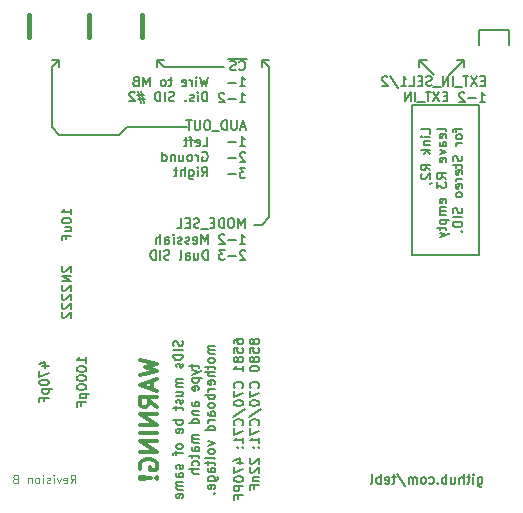
<source format=gbo>
G04 #@! TF.FileFunction,Legend,Bot*
%FSLAX46Y46*%
G04 Gerber Fmt 4.6, Leading zero omitted, Abs format (unit mm)*
G04 Created by KiCad (PCBNEW 4.0.7) date 10/07/19 23:28:42*
%MOMM*%
%LPD*%
G01*
G04 APERTURE LIST*
%ADD10C,0.100000*%
%ADD11C,0.150000*%
%ADD12C,0.200000*%
%ADD13C,0.400000*%
%ADD14C,0.300000*%
G04 APERTURE END LIST*
D10*
D11*
X136171905Y-107886429D02*
X136171905Y-107505476D01*
X135371905Y-107505476D01*
X136171905Y-108153095D02*
X135638571Y-108153095D01*
X135371905Y-108153095D02*
X135410000Y-108115000D01*
X135448095Y-108153095D01*
X135410000Y-108191190D01*
X135371905Y-108153095D01*
X135448095Y-108153095D01*
X135638571Y-108534047D02*
X136171905Y-108534047D01*
X135714762Y-108534047D02*
X135676667Y-108572142D01*
X135638571Y-108648333D01*
X135638571Y-108762619D01*
X135676667Y-108838809D01*
X135752857Y-108876904D01*
X136171905Y-108876904D01*
X136171905Y-109257857D02*
X135371905Y-109257857D01*
X135867143Y-109334048D02*
X136171905Y-109562619D01*
X135638571Y-109562619D02*
X135943333Y-109257857D01*
X136171905Y-110972143D02*
X135790952Y-110705476D01*
X136171905Y-110515000D02*
X135371905Y-110515000D01*
X135371905Y-110819762D01*
X135410000Y-110895953D01*
X135448095Y-110934048D01*
X135524286Y-110972143D01*
X135638571Y-110972143D01*
X135714762Y-110934048D01*
X135752857Y-110895953D01*
X135790952Y-110819762D01*
X135790952Y-110515000D01*
X135448095Y-111276905D02*
X135410000Y-111315000D01*
X135371905Y-111391191D01*
X135371905Y-111581667D01*
X135410000Y-111657857D01*
X135448095Y-111695953D01*
X135524286Y-111734048D01*
X135600476Y-111734048D01*
X135714762Y-111695953D01*
X136171905Y-111238810D01*
X136171905Y-111734048D01*
X136133810Y-112115000D02*
X136171905Y-112115000D01*
X136248095Y-112076905D01*
X136286190Y-112038810D01*
X137521905Y-107619762D02*
X137483810Y-107543571D01*
X137407619Y-107505476D01*
X136721905Y-107505476D01*
X137483810Y-108229286D02*
X137521905Y-108153096D01*
X137521905Y-108000715D01*
X137483810Y-107924524D01*
X137407619Y-107886429D01*
X137102857Y-107886429D01*
X137026667Y-107924524D01*
X136988571Y-108000715D01*
X136988571Y-108153096D01*
X137026667Y-108229286D01*
X137102857Y-108267381D01*
X137179048Y-108267381D01*
X137255238Y-107886429D01*
X137521905Y-108953095D02*
X137102857Y-108953095D01*
X137026667Y-108915000D01*
X136988571Y-108838810D01*
X136988571Y-108686429D01*
X137026667Y-108610238D01*
X137483810Y-108953095D02*
X137521905Y-108876905D01*
X137521905Y-108686429D01*
X137483810Y-108610238D01*
X137407619Y-108572143D01*
X137331429Y-108572143D01*
X137255238Y-108610238D01*
X137217143Y-108686429D01*
X137217143Y-108876905D01*
X137179048Y-108953095D01*
X136988571Y-109257858D02*
X137521905Y-109448334D01*
X136988571Y-109638810D01*
X137483810Y-110248334D02*
X137521905Y-110172144D01*
X137521905Y-110019763D01*
X137483810Y-109943572D01*
X137407619Y-109905477D01*
X137102857Y-109905477D01*
X137026667Y-109943572D01*
X136988571Y-110019763D01*
X136988571Y-110172144D01*
X137026667Y-110248334D01*
X137102857Y-110286429D01*
X137179048Y-110286429D01*
X137255238Y-109905477D01*
X137521905Y-111695953D02*
X137140952Y-111429286D01*
X137521905Y-111238810D02*
X136721905Y-111238810D01*
X136721905Y-111543572D01*
X136760000Y-111619763D01*
X136798095Y-111657858D01*
X136874286Y-111695953D01*
X136988571Y-111695953D01*
X137064762Y-111657858D01*
X137102857Y-111619763D01*
X137140952Y-111543572D01*
X137140952Y-111238810D01*
X136721905Y-111962620D02*
X136721905Y-112457858D01*
X137026667Y-112191191D01*
X137026667Y-112305477D01*
X137064762Y-112381667D01*
X137102857Y-112419763D01*
X137179048Y-112457858D01*
X137369524Y-112457858D01*
X137445714Y-112419763D01*
X137483810Y-112381667D01*
X137521905Y-112305477D01*
X137521905Y-112076905D01*
X137483810Y-112000715D01*
X137445714Y-111962620D01*
X137483810Y-113715001D02*
X137521905Y-113638811D01*
X137521905Y-113486430D01*
X137483810Y-113410239D01*
X137407619Y-113372144D01*
X137102857Y-113372144D01*
X137026667Y-113410239D01*
X136988571Y-113486430D01*
X136988571Y-113638811D01*
X137026667Y-113715001D01*
X137102857Y-113753096D01*
X137179048Y-113753096D01*
X137255238Y-113372144D01*
X137521905Y-114095953D02*
X136988571Y-114095953D01*
X137064762Y-114095953D02*
X137026667Y-114134048D01*
X136988571Y-114210239D01*
X136988571Y-114324525D01*
X137026667Y-114400715D01*
X137102857Y-114438810D01*
X137521905Y-114438810D01*
X137102857Y-114438810D02*
X137026667Y-114476906D01*
X136988571Y-114553096D01*
X136988571Y-114667382D01*
X137026667Y-114743572D01*
X137102857Y-114781667D01*
X137521905Y-114781667D01*
X136988571Y-115162620D02*
X137788571Y-115162620D01*
X137026667Y-115162620D02*
X136988571Y-115238811D01*
X136988571Y-115391192D01*
X137026667Y-115467382D01*
X137064762Y-115505477D01*
X137140952Y-115543573D01*
X137369524Y-115543573D01*
X137445714Y-115505477D01*
X137483810Y-115467382D01*
X137521905Y-115391192D01*
X137521905Y-115238811D01*
X137483810Y-115162620D01*
X136988571Y-115772144D02*
X136988571Y-116076906D01*
X136721905Y-115886430D02*
X137407619Y-115886430D01*
X137483810Y-115924525D01*
X137521905Y-116000716D01*
X137521905Y-116076906D01*
X136988571Y-116267383D02*
X137521905Y-116457859D01*
X136988571Y-116648335D02*
X137521905Y-116457859D01*
X137712381Y-116381668D01*
X137750476Y-116343573D01*
X137788571Y-116267383D01*
X138338571Y-107391190D02*
X138338571Y-107695952D01*
X138871905Y-107505476D02*
X138186190Y-107505476D01*
X138110000Y-107543571D01*
X138071905Y-107619762D01*
X138071905Y-107695952D01*
X138871905Y-108076905D02*
X138833810Y-108000714D01*
X138795714Y-107962619D01*
X138719524Y-107924524D01*
X138490952Y-107924524D01*
X138414762Y-107962619D01*
X138376667Y-108000714D01*
X138338571Y-108076905D01*
X138338571Y-108191191D01*
X138376667Y-108267381D01*
X138414762Y-108305476D01*
X138490952Y-108343572D01*
X138719524Y-108343572D01*
X138795714Y-108305476D01*
X138833810Y-108267381D01*
X138871905Y-108191191D01*
X138871905Y-108076905D01*
X138871905Y-108686429D02*
X138338571Y-108686429D01*
X138490952Y-108686429D02*
X138414762Y-108724524D01*
X138376667Y-108762620D01*
X138338571Y-108838810D01*
X138338571Y-108915001D01*
X138833810Y-109753096D02*
X138871905Y-109867382D01*
X138871905Y-110057858D01*
X138833810Y-110134048D01*
X138795714Y-110172144D01*
X138719524Y-110210239D01*
X138643333Y-110210239D01*
X138567143Y-110172144D01*
X138529048Y-110134048D01*
X138490952Y-110057858D01*
X138452857Y-109905477D01*
X138414762Y-109829286D01*
X138376667Y-109791191D01*
X138300476Y-109753096D01*
X138224286Y-109753096D01*
X138148095Y-109791191D01*
X138110000Y-109829286D01*
X138071905Y-109905477D01*
X138071905Y-110095953D01*
X138110000Y-110210239D01*
X138338571Y-110438810D02*
X138338571Y-110743572D01*
X138071905Y-110553096D02*
X138757619Y-110553096D01*
X138833810Y-110591191D01*
X138871905Y-110667382D01*
X138871905Y-110743572D01*
X138833810Y-111315001D02*
X138871905Y-111238811D01*
X138871905Y-111086430D01*
X138833810Y-111010239D01*
X138757619Y-110972144D01*
X138452857Y-110972144D01*
X138376667Y-111010239D01*
X138338571Y-111086430D01*
X138338571Y-111238811D01*
X138376667Y-111315001D01*
X138452857Y-111353096D01*
X138529048Y-111353096D01*
X138605238Y-110972144D01*
X138871905Y-111695953D02*
X138338571Y-111695953D01*
X138490952Y-111695953D02*
X138414762Y-111734048D01*
X138376667Y-111772144D01*
X138338571Y-111848334D01*
X138338571Y-111924525D01*
X138833810Y-112495953D02*
X138871905Y-112419763D01*
X138871905Y-112267382D01*
X138833810Y-112191191D01*
X138757619Y-112153096D01*
X138452857Y-112153096D01*
X138376667Y-112191191D01*
X138338571Y-112267382D01*
X138338571Y-112419763D01*
X138376667Y-112495953D01*
X138452857Y-112534048D01*
X138529048Y-112534048D01*
X138605238Y-112153096D01*
X138871905Y-112991191D02*
X138833810Y-112915000D01*
X138795714Y-112876905D01*
X138719524Y-112838810D01*
X138490952Y-112838810D01*
X138414762Y-112876905D01*
X138376667Y-112915000D01*
X138338571Y-112991191D01*
X138338571Y-113105477D01*
X138376667Y-113181667D01*
X138414762Y-113219762D01*
X138490952Y-113257858D01*
X138719524Y-113257858D01*
X138795714Y-113219762D01*
X138833810Y-113181667D01*
X138871905Y-113105477D01*
X138871905Y-112991191D01*
X138833810Y-114172144D02*
X138871905Y-114286430D01*
X138871905Y-114476906D01*
X138833810Y-114553096D01*
X138795714Y-114591192D01*
X138719524Y-114629287D01*
X138643333Y-114629287D01*
X138567143Y-114591192D01*
X138529048Y-114553096D01*
X138490952Y-114476906D01*
X138452857Y-114324525D01*
X138414762Y-114248334D01*
X138376667Y-114210239D01*
X138300476Y-114172144D01*
X138224286Y-114172144D01*
X138148095Y-114210239D01*
X138110000Y-114248334D01*
X138071905Y-114324525D01*
X138071905Y-114515001D01*
X138110000Y-114629287D01*
X138871905Y-114972144D02*
X138071905Y-114972144D01*
X138871905Y-115353096D02*
X138071905Y-115353096D01*
X138071905Y-115543572D01*
X138110000Y-115657858D01*
X138186190Y-115734049D01*
X138262381Y-115772144D01*
X138414762Y-115810239D01*
X138529048Y-115810239D01*
X138681429Y-115772144D01*
X138757619Y-115734049D01*
X138833810Y-115657858D01*
X138871905Y-115543572D01*
X138871905Y-115353096D01*
X138795714Y-116153096D02*
X138833810Y-116191191D01*
X138871905Y-116153096D01*
X138833810Y-116115001D01*
X138795714Y-116153096D01*
X138871905Y-116153096D01*
D12*
X134620000Y-118110000D02*
X134620000Y-105410000D01*
X140335000Y-118110000D02*
X134620000Y-118110000D01*
X140335000Y-105410000D02*
X140335000Y-118110000D01*
X134620000Y-105410000D02*
X140335000Y-105410000D01*
X135255000Y-101600000D02*
X136525000Y-102870000D01*
X139065000Y-101600000D02*
X137795000Y-102870000D01*
D10*
X105721665Y-137476667D02*
X105954999Y-137143333D01*
X106121665Y-137476667D02*
X106121665Y-136776667D01*
X105854999Y-136776667D01*
X105788332Y-136810000D01*
X105754999Y-136843333D01*
X105721665Y-136910000D01*
X105721665Y-137010000D01*
X105754999Y-137076667D01*
X105788332Y-137110000D01*
X105854999Y-137143333D01*
X106121665Y-137143333D01*
X105154999Y-137443333D02*
X105221665Y-137476667D01*
X105354999Y-137476667D01*
X105421665Y-137443333D01*
X105454999Y-137376667D01*
X105454999Y-137110000D01*
X105421665Y-137043333D01*
X105354999Y-137010000D01*
X105221665Y-137010000D01*
X105154999Y-137043333D01*
X105121665Y-137110000D01*
X105121665Y-137176667D01*
X105454999Y-137243333D01*
X104888332Y-137010000D02*
X104721665Y-137476667D01*
X104554999Y-137010000D01*
X104288332Y-137476667D02*
X104288332Y-137010000D01*
X104288332Y-136776667D02*
X104321666Y-136810000D01*
X104288332Y-136843333D01*
X104254999Y-136810000D01*
X104288332Y-136776667D01*
X104288332Y-136843333D01*
X103988333Y-137443333D02*
X103921666Y-137476667D01*
X103788333Y-137476667D01*
X103721666Y-137443333D01*
X103688333Y-137376667D01*
X103688333Y-137343333D01*
X103721666Y-137276667D01*
X103788333Y-137243333D01*
X103888333Y-137243333D01*
X103954999Y-137210000D01*
X103988333Y-137143333D01*
X103988333Y-137110000D01*
X103954999Y-137043333D01*
X103888333Y-137010000D01*
X103788333Y-137010000D01*
X103721666Y-137043333D01*
X103388332Y-137476667D02*
X103388332Y-137010000D01*
X103388332Y-136776667D02*
X103421666Y-136810000D01*
X103388332Y-136843333D01*
X103354999Y-136810000D01*
X103388332Y-136776667D01*
X103388332Y-136843333D01*
X102954999Y-137476667D02*
X103021666Y-137443333D01*
X103054999Y-137410000D01*
X103088333Y-137343333D01*
X103088333Y-137143333D01*
X103054999Y-137076667D01*
X103021666Y-137043333D01*
X102954999Y-137010000D01*
X102854999Y-137010000D01*
X102788333Y-137043333D01*
X102754999Y-137076667D01*
X102721666Y-137143333D01*
X102721666Y-137343333D01*
X102754999Y-137410000D01*
X102788333Y-137443333D01*
X102854999Y-137476667D01*
X102954999Y-137476667D01*
X102421666Y-137010000D02*
X102421666Y-137476667D01*
X102421666Y-137076667D02*
X102388333Y-137043333D01*
X102321666Y-137010000D01*
X102221666Y-137010000D01*
X102155000Y-137043333D01*
X102121666Y-137110000D01*
X102121666Y-137476667D01*
X101021667Y-137110000D02*
X100921667Y-137143333D01*
X100888334Y-137176667D01*
X100855000Y-137243333D01*
X100855000Y-137343333D01*
X100888334Y-137410000D01*
X100921667Y-137443333D01*
X100988334Y-137476667D01*
X101255000Y-137476667D01*
X101255000Y-136776667D01*
X101021667Y-136776667D01*
X100955000Y-136810000D01*
X100921667Y-136843333D01*
X100888334Y-136910000D01*
X100888334Y-136976667D01*
X100921667Y-137043333D01*
X100955000Y-137076667D01*
X101021667Y-137110000D01*
X101255000Y-137110000D01*
D11*
X140213811Y-136988571D02*
X140213811Y-137636190D01*
X140251906Y-137712381D01*
X140290001Y-137750476D01*
X140366192Y-137788571D01*
X140480477Y-137788571D01*
X140556668Y-137750476D01*
X140213811Y-137483810D02*
X140290001Y-137521905D01*
X140442382Y-137521905D01*
X140518573Y-137483810D01*
X140556668Y-137445714D01*
X140594763Y-137369524D01*
X140594763Y-137140952D01*
X140556668Y-137064762D01*
X140518573Y-137026667D01*
X140442382Y-136988571D01*
X140290001Y-136988571D01*
X140213811Y-137026667D01*
X139832858Y-137521905D02*
X139832858Y-136988571D01*
X139832858Y-136721905D02*
X139870953Y-136760000D01*
X139832858Y-136798095D01*
X139794763Y-136760000D01*
X139832858Y-136721905D01*
X139832858Y-136798095D01*
X139566192Y-136988571D02*
X139261430Y-136988571D01*
X139451906Y-136721905D02*
X139451906Y-137407619D01*
X139413811Y-137483810D01*
X139337620Y-137521905D01*
X139261430Y-137521905D01*
X138994763Y-137521905D02*
X138994763Y-136721905D01*
X138651906Y-137521905D02*
X138651906Y-137102857D01*
X138690001Y-137026667D01*
X138766191Y-136988571D01*
X138880477Y-136988571D01*
X138956668Y-137026667D01*
X138994763Y-137064762D01*
X137928096Y-136988571D02*
X137928096Y-137521905D01*
X138270953Y-136988571D02*
X138270953Y-137407619D01*
X138232858Y-137483810D01*
X138156667Y-137521905D01*
X138042381Y-137521905D01*
X137966191Y-137483810D01*
X137928096Y-137445714D01*
X137547143Y-137521905D02*
X137547143Y-136721905D01*
X137547143Y-137026667D02*
X137470952Y-136988571D01*
X137318571Y-136988571D01*
X137242381Y-137026667D01*
X137204286Y-137064762D01*
X137166190Y-137140952D01*
X137166190Y-137369524D01*
X137204286Y-137445714D01*
X137242381Y-137483810D01*
X137318571Y-137521905D01*
X137470952Y-137521905D01*
X137547143Y-137483810D01*
X136823333Y-137445714D02*
X136785238Y-137483810D01*
X136823333Y-137521905D01*
X136861428Y-137483810D01*
X136823333Y-137445714D01*
X136823333Y-137521905D01*
X136099524Y-137483810D02*
X136175714Y-137521905D01*
X136328095Y-137521905D01*
X136404286Y-137483810D01*
X136442381Y-137445714D01*
X136480476Y-137369524D01*
X136480476Y-137140952D01*
X136442381Y-137064762D01*
X136404286Y-137026667D01*
X136328095Y-136988571D01*
X136175714Y-136988571D01*
X136099524Y-137026667D01*
X135642381Y-137521905D02*
X135718572Y-137483810D01*
X135756667Y-137445714D01*
X135794762Y-137369524D01*
X135794762Y-137140952D01*
X135756667Y-137064762D01*
X135718572Y-137026667D01*
X135642381Y-136988571D01*
X135528095Y-136988571D01*
X135451905Y-137026667D01*
X135413810Y-137064762D01*
X135375714Y-137140952D01*
X135375714Y-137369524D01*
X135413810Y-137445714D01*
X135451905Y-137483810D01*
X135528095Y-137521905D01*
X135642381Y-137521905D01*
X135032857Y-137521905D02*
X135032857Y-136988571D01*
X135032857Y-137064762D02*
X134994762Y-137026667D01*
X134918571Y-136988571D01*
X134804285Y-136988571D01*
X134728095Y-137026667D01*
X134690000Y-137102857D01*
X134690000Y-137521905D01*
X134690000Y-137102857D02*
X134651904Y-137026667D01*
X134575714Y-136988571D01*
X134461428Y-136988571D01*
X134385238Y-137026667D01*
X134347143Y-137102857D01*
X134347143Y-137521905D01*
X133394761Y-136683810D02*
X134080476Y-137712381D01*
X133242381Y-136988571D02*
X132937619Y-136988571D01*
X133128095Y-136721905D02*
X133128095Y-137407619D01*
X133090000Y-137483810D01*
X133013809Y-137521905D01*
X132937619Y-137521905D01*
X132366190Y-137483810D02*
X132442380Y-137521905D01*
X132594761Y-137521905D01*
X132670952Y-137483810D01*
X132709047Y-137407619D01*
X132709047Y-137102857D01*
X132670952Y-137026667D01*
X132594761Y-136988571D01*
X132442380Y-136988571D01*
X132366190Y-137026667D01*
X132328095Y-137102857D01*
X132328095Y-137179048D01*
X132709047Y-137255238D01*
X131985238Y-137521905D02*
X131985238Y-136721905D01*
X131985238Y-137026667D02*
X131909047Y-136988571D01*
X131756666Y-136988571D01*
X131680476Y-137026667D01*
X131642381Y-137064762D01*
X131604285Y-137140952D01*
X131604285Y-137369524D01*
X131642381Y-137445714D01*
X131680476Y-137483810D01*
X131756666Y-137521905D01*
X131909047Y-137521905D01*
X131985238Y-137483810D01*
X131147142Y-137521905D02*
X131223333Y-137483810D01*
X131261428Y-137407619D01*
X131261428Y-136721905D01*
D12*
X121920000Y-115570000D02*
X121285000Y-115570000D01*
X122555000Y-114935000D02*
X121920000Y-115570000D01*
X122555000Y-102235000D02*
X122555000Y-114935000D01*
X121920000Y-101600000D02*
X122555000Y-102235000D01*
X121920000Y-101600000D02*
X122555000Y-101600000D01*
X121920000Y-101600000D02*
X121920000Y-102235000D01*
X113665000Y-102235000D02*
X118745000Y-102235000D01*
D11*
X120459524Y-115851905D02*
X120459524Y-115051905D01*
X120192857Y-115623333D01*
X119926190Y-115051905D01*
X119926190Y-115851905D01*
X119392857Y-115051905D02*
X119240476Y-115051905D01*
X119164285Y-115090000D01*
X119088095Y-115166190D01*
X119050000Y-115318571D01*
X119050000Y-115585238D01*
X119088095Y-115737619D01*
X119164285Y-115813810D01*
X119240476Y-115851905D01*
X119392857Y-115851905D01*
X119469047Y-115813810D01*
X119545238Y-115737619D01*
X119583333Y-115585238D01*
X119583333Y-115318571D01*
X119545238Y-115166190D01*
X119469047Y-115090000D01*
X119392857Y-115051905D01*
X118707143Y-115851905D02*
X118707143Y-115051905D01*
X118516667Y-115051905D01*
X118402381Y-115090000D01*
X118326190Y-115166190D01*
X118288095Y-115242381D01*
X118250000Y-115394762D01*
X118250000Y-115509048D01*
X118288095Y-115661429D01*
X118326190Y-115737619D01*
X118402381Y-115813810D01*
X118516667Y-115851905D01*
X118707143Y-115851905D01*
X117907143Y-115432857D02*
X117640476Y-115432857D01*
X117526190Y-115851905D02*
X117907143Y-115851905D01*
X117907143Y-115051905D01*
X117526190Y-115051905D01*
X117373809Y-115928095D02*
X116764285Y-115928095D01*
X116611904Y-115813810D02*
X116497618Y-115851905D01*
X116307142Y-115851905D01*
X116230952Y-115813810D01*
X116192856Y-115775714D01*
X116154761Y-115699524D01*
X116154761Y-115623333D01*
X116192856Y-115547143D01*
X116230952Y-115509048D01*
X116307142Y-115470952D01*
X116459523Y-115432857D01*
X116535714Y-115394762D01*
X116573809Y-115356667D01*
X116611904Y-115280476D01*
X116611904Y-115204286D01*
X116573809Y-115128095D01*
X116535714Y-115090000D01*
X116459523Y-115051905D01*
X116269047Y-115051905D01*
X116154761Y-115090000D01*
X115811904Y-115432857D02*
X115545237Y-115432857D01*
X115430951Y-115851905D02*
X115811904Y-115851905D01*
X115811904Y-115051905D01*
X115430951Y-115051905D01*
X114707141Y-115851905D02*
X115088094Y-115851905D01*
X115088094Y-115051905D01*
X120040476Y-117201905D02*
X120497619Y-117201905D01*
X120269048Y-117201905D02*
X120269048Y-116401905D01*
X120345238Y-116516190D01*
X120421429Y-116592381D01*
X120497619Y-116630476D01*
X119697619Y-116897143D02*
X119088095Y-116897143D01*
X118745238Y-116478095D02*
X118707143Y-116440000D01*
X118630952Y-116401905D01*
X118440476Y-116401905D01*
X118364286Y-116440000D01*
X118326190Y-116478095D01*
X118288095Y-116554286D01*
X118288095Y-116630476D01*
X118326190Y-116744762D01*
X118783333Y-117201905D01*
X118288095Y-117201905D01*
X117335714Y-117201905D02*
X117335714Y-116401905D01*
X117069047Y-116973333D01*
X116802380Y-116401905D01*
X116802380Y-117201905D01*
X116116666Y-117163810D02*
X116192856Y-117201905D01*
X116345237Y-117201905D01*
X116421428Y-117163810D01*
X116459523Y-117087619D01*
X116459523Y-116782857D01*
X116421428Y-116706667D01*
X116345237Y-116668571D01*
X116192856Y-116668571D01*
X116116666Y-116706667D01*
X116078571Y-116782857D01*
X116078571Y-116859048D01*
X116459523Y-116935238D01*
X115773809Y-117163810D02*
X115697619Y-117201905D01*
X115545238Y-117201905D01*
X115469047Y-117163810D01*
X115430952Y-117087619D01*
X115430952Y-117049524D01*
X115469047Y-116973333D01*
X115545238Y-116935238D01*
X115659523Y-116935238D01*
X115735714Y-116897143D01*
X115773809Y-116820952D01*
X115773809Y-116782857D01*
X115735714Y-116706667D01*
X115659523Y-116668571D01*
X115545238Y-116668571D01*
X115469047Y-116706667D01*
X115126190Y-117163810D02*
X115050000Y-117201905D01*
X114897619Y-117201905D01*
X114821428Y-117163810D01*
X114783333Y-117087619D01*
X114783333Y-117049524D01*
X114821428Y-116973333D01*
X114897619Y-116935238D01*
X115011904Y-116935238D01*
X115088095Y-116897143D01*
X115126190Y-116820952D01*
X115126190Y-116782857D01*
X115088095Y-116706667D01*
X115011904Y-116668571D01*
X114897619Y-116668571D01*
X114821428Y-116706667D01*
X114440476Y-117201905D02*
X114440476Y-116668571D01*
X114440476Y-116401905D02*
X114478571Y-116440000D01*
X114440476Y-116478095D01*
X114402381Y-116440000D01*
X114440476Y-116401905D01*
X114440476Y-116478095D01*
X113716667Y-117201905D02*
X113716667Y-116782857D01*
X113754762Y-116706667D01*
X113830952Y-116668571D01*
X113983333Y-116668571D01*
X114059524Y-116706667D01*
X113716667Y-117163810D02*
X113792857Y-117201905D01*
X113983333Y-117201905D01*
X114059524Y-117163810D01*
X114097619Y-117087619D01*
X114097619Y-117011429D01*
X114059524Y-116935238D01*
X113983333Y-116897143D01*
X113792857Y-116897143D01*
X113716667Y-116859048D01*
X113335714Y-117201905D02*
X113335714Y-116401905D01*
X112992857Y-117201905D02*
X112992857Y-116782857D01*
X113030952Y-116706667D01*
X113107142Y-116668571D01*
X113221428Y-116668571D01*
X113297619Y-116706667D01*
X113335714Y-116744762D01*
X120497619Y-117828095D02*
X120459524Y-117790000D01*
X120383333Y-117751905D01*
X120192857Y-117751905D01*
X120116667Y-117790000D01*
X120078571Y-117828095D01*
X120040476Y-117904286D01*
X120040476Y-117980476D01*
X120078571Y-118094762D01*
X120535714Y-118551905D01*
X120040476Y-118551905D01*
X119697619Y-118247143D02*
X119088095Y-118247143D01*
X118783333Y-117751905D02*
X118288095Y-117751905D01*
X118554762Y-118056667D01*
X118440476Y-118056667D01*
X118364286Y-118094762D01*
X118326190Y-118132857D01*
X118288095Y-118209048D01*
X118288095Y-118399524D01*
X118326190Y-118475714D01*
X118364286Y-118513810D01*
X118440476Y-118551905D01*
X118669048Y-118551905D01*
X118745238Y-118513810D01*
X118783333Y-118475714D01*
X117335714Y-118551905D02*
X117335714Y-117751905D01*
X117145238Y-117751905D01*
X117030952Y-117790000D01*
X116954761Y-117866190D01*
X116916666Y-117942381D01*
X116878571Y-118094762D01*
X116878571Y-118209048D01*
X116916666Y-118361429D01*
X116954761Y-118437619D01*
X117030952Y-118513810D01*
X117145238Y-118551905D01*
X117335714Y-118551905D01*
X116192857Y-118018571D02*
X116192857Y-118551905D01*
X116535714Y-118018571D02*
X116535714Y-118437619D01*
X116497619Y-118513810D01*
X116421428Y-118551905D01*
X116307142Y-118551905D01*
X116230952Y-118513810D01*
X116192857Y-118475714D01*
X115469047Y-118551905D02*
X115469047Y-118132857D01*
X115507142Y-118056667D01*
X115583332Y-118018571D01*
X115735713Y-118018571D01*
X115811904Y-118056667D01*
X115469047Y-118513810D02*
X115545237Y-118551905D01*
X115735713Y-118551905D01*
X115811904Y-118513810D01*
X115849999Y-118437619D01*
X115849999Y-118361429D01*
X115811904Y-118285238D01*
X115735713Y-118247143D01*
X115545237Y-118247143D01*
X115469047Y-118209048D01*
X114973808Y-118551905D02*
X115049999Y-118513810D01*
X115088094Y-118437619D01*
X115088094Y-117751905D01*
X114097617Y-118513810D02*
X113983331Y-118551905D01*
X113792855Y-118551905D01*
X113716665Y-118513810D01*
X113678569Y-118475714D01*
X113640474Y-118399524D01*
X113640474Y-118323333D01*
X113678569Y-118247143D01*
X113716665Y-118209048D01*
X113792855Y-118170952D01*
X113945236Y-118132857D01*
X114021427Y-118094762D01*
X114059522Y-118056667D01*
X114097617Y-117980476D01*
X114097617Y-117904286D01*
X114059522Y-117828095D01*
X114021427Y-117790000D01*
X113945236Y-117751905D01*
X113754760Y-117751905D01*
X113640474Y-117790000D01*
X113297617Y-118551905D02*
X113297617Y-117751905D01*
X112916665Y-118551905D02*
X112916665Y-117751905D01*
X112726189Y-117751905D01*
X112611903Y-117790000D01*
X112535712Y-117866190D01*
X112497617Y-117942381D01*
X112459522Y-118094762D01*
X112459522Y-118209048D01*
X112497617Y-118361429D01*
X112535712Y-118437619D01*
X112611903Y-118513810D01*
X112726189Y-118551905D01*
X112916665Y-118551905D01*
D12*
X113030000Y-101600000D02*
X113665000Y-102235000D01*
X114935000Y-107315000D02*
X115570000Y-107315000D01*
X110490000Y-107315000D02*
X114935000Y-107315000D01*
X109855000Y-107950000D02*
X110490000Y-107315000D01*
X104775000Y-107950000D02*
X109855000Y-107950000D01*
X104140000Y-107315000D02*
X104775000Y-107950000D01*
X104140000Y-102235000D02*
X104140000Y-107315000D01*
X104775000Y-101600000D02*
X104140000Y-102235000D01*
X104775000Y-102235000D02*
X104775000Y-101600000D01*
X104775000Y-101600000D02*
X104775000Y-102235000D01*
X104140000Y-101600000D02*
X104775000Y-101600000D01*
X104775000Y-101600000D02*
X104140000Y-101600000D01*
D11*
X116903571Y-108946905D02*
X117284524Y-108946905D01*
X117284524Y-108146905D01*
X116332143Y-108908810D02*
X116408333Y-108946905D01*
X116560714Y-108946905D01*
X116636905Y-108908810D01*
X116675000Y-108832619D01*
X116675000Y-108527857D01*
X116636905Y-108451667D01*
X116560714Y-108413571D01*
X116408333Y-108413571D01*
X116332143Y-108451667D01*
X116294048Y-108527857D01*
X116294048Y-108604048D01*
X116675000Y-108680238D01*
X116065477Y-108413571D02*
X115760715Y-108413571D01*
X115951191Y-108946905D02*
X115951191Y-108261190D01*
X115913096Y-108185000D01*
X115836905Y-108146905D01*
X115760715Y-108146905D01*
X115608334Y-108413571D02*
X115303572Y-108413571D01*
X115494048Y-108146905D02*
X115494048Y-108832619D01*
X115455953Y-108908810D01*
X115379762Y-108946905D01*
X115303572Y-108946905D01*
D12*
X113030000Y-101600000D02*
X113030000Y-102235000D01*
X113030000Y-101600000D02*
X113665000Y-101600000D01*
D13*
X102235000Y-99695000D02*
X102235000Y-97790000D01*
X107315000Y-99695000D02*
X107315000Y-97790000D01*
D12*
X142875000Y-99060000D02*
X142875000Y-100330000D01*
X140335000Y-99060000D02*
X142875000Y-99060000D01*
X140335000Y-100330000D02*
X140335000Y-99060000D01*
X139065000Y-101600000D02*
X139065000Y-102235000D01*
X139065000Y-101600000D02*
X138430000Y-101600000D01*
X135255000Y-101600000D02*
X135255000Y-102235000D01*
X135255000Y-101600000D02*
X135890000Y-101600000D01*
D13*
X111760000Y-99695000D02*
X111760000Y-97790000D01*
D11*
X137604524Y-104717857D02*
X137337857Y-104717857D01*
X137223571Y-105136905D02*
X137604524Y-105136905D01*
X137604524Y-104336905D01*
X137223571Y-104336905D01*
X136956904Y-104336905D02*
X136423571Y-105136905D01*
X136423571Y-104336905D02*
X136956904Y-105136905D01*
X136233095Y-104336905D02*
X135775952Y-104336905D01*
X136004523Y-105136905D02*
X136004523Y-104336905D01*
X135699761Y-105213095D02*
X135090237Y-105213095D01*
X134899761Y-105136905D02*
X134899761Y-104336905D01*
X134518809Y-105136905D02*
X134518809Y-104336905D01*
X134061666Y-105136905D01*
X134061666Y-104336905D01*
X116865476Y-109455000D02*
X116941667Y-109416905D01*
X117055952Y-109416905D01*
X117170238Y-109455000D01*
X117246429Y-109531190D01*
X117284524Y-109607381D01*
X117322619Y-109759762D01*
X117322619Y-109874048D01*
X117284524Y-110026429D01*
X117246429Y-110102619D01*
X117170238Y-110178810D01*
X117055952Y-110216905D01*
X116979762Y-110216905D01*
X116865476Y-110178810D01*
X116827381Y-110140714D01*
X116827381Y-109874048D01*
X116979762Y-109874048D01*
X116484524Y-110216905D02*
X116484524Y-109683571D01*
X116484524Y-109835952D02*
X116446429Y-109759762D01*
X116408333Y-109721667D01*
X116332143Y-109683571D01*
X116255952Y-109683571D01*
X115875000Y-110216905D02*
X115951191Y-110178810D01*
X115989286Y-110140714D01*
X116027381Y-110064524D01*
X116027381Y-109835952D01*
X115989286Y-109759762D01*
X115951191Y-109721667D01*
X115875000Y-109683571D01*
X115760714Y-109683571D01*
X115684524Y-109721667D01*
X115646429Y-109759762D01*
X115608333Y-109835952D01*
X115608333Y-110064524D01*
X115646429Y-110140714D01*
X115684524Y-110178810D01*
X115760714Y-110216905D01*
X115875000Y-110216905D01*
X114922619Y-109683571D02*
X114922619Y-110216905D01*
X115265476Y-109683571D02*
X115265476Y-110102619D01*
X115227381Y-110178810D01*
X115151190Y-110216905D01*
X115036904Y-110216905D01*
X114960714Y-110178810D01*
X114922619Y-110140714D01*
X114541666Y-109683571D02*
X114541666Y-110216905D01*
X114541666Y-109759762D02*
X114503571Y-109721667D01*
X114427380Y-109683571D01*
X114313094Y-109683571D01*
X114236904Y-109721667D01*
X114198809Y-109797857D01*
X114198809Y-110216905D01*
X113474999Y-110216905D02*
X113474999Y-109416905D01*
X113474999Y-110178810D02*
X113551189Y-110216905D01*
X113703570Y-110216905D01*
X113779761Y-110178810D01*
X113817856Y-110140714D01*
X113855951Y-110064524D01*
X113855951Y-109835952D01*
X113817856Y-109759762D01*
X113779761Y-109721667D01*
X113703570Y-109683571D01*
X113551189Y-109683571D01*
X113474999Y-109721667D01*
X116827381Y-111486905D02*
X117094048Y-111105952D01*
X117284524Y-111486905D02*
X117284524Y-110686905D01*
X116979762Y-110686905D01*
X116903571Y-110725000D01*
X116865476Y-110763095D01*
X116827381Y-110839286D01*
X116827381Y-110953571D01*
X116865476Y-111029762D01*
X116903571Y-111067857D01*
X116979762Y-111105952D01*
X117284524Y-111105952D01*
X116484524Y-111486905D02*
X116484524Y-110953571D01*
X116484524Y-110686905D02*
X116522619Y-110725000D01*
X116484524Y-110763095D01*
X116446429Y-110725000D01*
X116484524Y-110686905D01*
X116484524Y-110763095D01*
X115760715Y-110953571D02*
X115760715Y-111601190D01*
X115798810Y-111677381D01*
X115836905Y-111715476D01*
X115913096Y-111753571D01*
X116027381Y-111753571D01*
X116103572Y-111715476D01*
X115760715Y-111448810D02*
X115836905Y-111486905D01*
X115989286Y-111486905D01*
X116065477Y-111448810D01*
X116103572Y-111410714D01*
X116141667Y-111334524D01*
X116141667Y-111105952D01*
X116103572Y-111029762D01*
X116065477Y-110991667D01*
X115989286Y-110953571D01*
X115836905Y-110953571D01*
X115760715Y-110991667D01*
X115379762Y-111486905D02*
X115379762Y-110686905D01*
X115036905Y-111486905D02*
X115036905Y-111067857D01*
X115075000Y-110991667D01*
X115151190Y-110953571D01*
X115265476Y-110953571D01*
X115341667Y-110991667D01*
X115379762Y-111029762D01*
X114770238Y-110953571D02*
X114465476Y-110953571D01*
X114655952Y-110686905D02*
X114655952Y-111372619D01*
X114617857Y-111448810D01*
X114541666Y-111486905D01*
X114465476Y-111486905D01*
X120497619Y-107328333D02*
X120116667Y-107328333D01*
X120573810Y-107556905D02*
X120307143Y-106756905D01*
X120040476Y-107556905D01*
X119773810Y-106756905D02*
X119773810Y-107404524D01*
X119735715Y-107480714D01*
X119697619Y-107518810D01*
X119621429Y-107556905D01*
X119469048Y-107556905D01*
X119392857Y-107518810D01*
X119354762Y-107480714D01*
X119316667Y-107404524D01*
X119316667Y-106756905D01*
X118935715Y-107556905D02*
X118935715Y-106756905D01*
X118745239Y-106756905D01*
X118630953Y-106795000D01*
X118554762Y-106871190D01*
X118516667Y-106947381D01*
X118478572Y-107099762D01*
X118478572Y-107214048D01*
X118516667Y-107366429D01*
X118554762Y-107442619D01*
X118630953Y-107518810D01*
X118745239Y-107556905D01*
X118935715Y-107556905D01*
X118326191Y-107633095D02*
X117716667Y-107633095D01*
X117373810Y-106756905D02*
X117221429Y-106756905D01*
X117145238Y-106795000D01*
X117069048Y-106871190D01*
X117030953Y-107023571D01*
X117030953Y-107290238D01*
X117069048Y-107442619D01*
X117145238Y-107518810D01*
X117221429Y-107556905D01*
X117373810Y-107556905D01*
X117450000Y-107518810D01*
X117526191Y-107442619D01*
X117564286Y-107290238D01*
X117564286Y-107023571D01*
X117526191Y-106871190D01*
X117450000Y-106795000D01*
X117373810Y-106756905D01*
X116688096Y-106756905D02*
X116688096Y-107404524D01*
X116650001Y-107480714D01*
X116611905Y-107518810D01*
X116535715Y-107556905D01*
X116383334Y-107556905D01*
X116307143Y-107518810D01*
X116269048Y-107480714D01*
X116230953Y-107404524D01*
X116230953Y-106756905D01*
X115964287Y-106756905D02*
X115507144Y-106756905D01*
X115735715Y-107556905D02*
X115735715Y-106756905D01*
X120040476Y-108906905D02*
X120497619Y-108906905D01*
X120269048Y-108906905D02*
X120269048Y-108106905D01*
X120345238Y-108221190D01*
X120421429Y-108297381D01*
X120497619Y-108335476D01*
X119697619Y-108602143D02*
X119088095Y-108602143D01*
X120497619Y-109533095D02*
X120459524Y-109495000D01*
X120383333Y-109456905D01*
X120192857Y-109456905D01*
X120116667Y-109495000D01*
X120078571Y-109533095D01*
X120040476Y-109609286D01*
X120040476Y-109685476D01*
X120078571Y-109799762D01*
X120535714Y-110256905D01*
X120040476Y-110256905D01*
X119697619Y-109952143D02*
X119088095Y-109952143D01*
X120535714Y-110806905D02*
X120040476Y-110806905D01*
X120307143Y-111111667D01*
X120192857Y-111111667D01*
X120116667Y-111149762D01*
X120078571Y-111187857D01*
X120040476Y-111264048D01*
X120040476Y-111454524D01*
X120078571Y-111530714D01*
X120116667Y-111568810D01*
X120192857Y-111606905D01*
X120421429Y-111606905D01*
X120497619Y-111568810D01*
X120535714Y-111530714D01*
X119697619Y-111302143D02*
X119088095Y-111302143D01*
X117284524Y-105136905D02*
X117284524Y-104336905D01*
X117094048Y-104336905D01*
X116979762Y-104375000D01*
X116903571Y-104451190D01*
X116865476Y-104527381D01*
X116827381Y-104679762D01*
X116827381Y-104794048D01*
X116865476Y-104946429D01*
X116903571Y-105022619D01*
X116979762Y-105098810D01*
X117094048Y-105136905D01*
X117284524Y-105136905D01*
X116484524Y-105136905D02*
X116484524Y-104603571D01*
X116484524Y-104336905D02*
X116522619Y-104375000D01*
X116484524Y-104413095D01*
X116446429Y-104375000D01*
X116484524Y-104336905D01*
X116484524Y-104413095D01*
X116141667Y-105098810D02*
X116065477Y-105136905D01*
X115913096Y-105136905D01*
X115836905Y-105098810D01*
X115798810Y-105022619D01*
X115798810Y-104984524D01*
X115836905Y-104908333D01*
X115913096Y-104870238D01*
X116027381Y-104870238D01*
X116103572Y-104832143D01*
X116141667Y-104755952D01*
X116141667Y-104717857D01*
X116103572Y-104641667D01*
X116027381Y-104603571D01*
X115913096Y-104603571D01*
X115836905Y-104641667D01*
X115455953Y-105060714D02*
X115417858Y-105098810D01*
X115455953Y-105136905D01*
X115494048Y-105098810D01*
X115455953Y-105060714D01*
X115455953Y-105136905D01*
X114503572Y-105098810D02*
X114389286Y-105136905D01*
X114198810Y-105136905D01*
X114122620Y-105098810D01*
X114084524Y-105060714D01*
X114046429Y-104984524D01*
X114046429Y-104908333D01*
X114084524Y-104832143D01*
X114122620Y-104794048D01*
X114198810Y-104755952D01*
X114351191Y-104717857D01*
X114427382Y-104679762D01*
X114465477Y-104641667D01*
X114503572Y-104565476D01*
X114503572Y-104489286D01*
X114465477Y-104413095D01*
X114427382Y-104375000D01*
X114351191Y-104336905D01*
X114160715Y-104336905D01*
X114046429Y-104375000D01*
X113703572Y-105136905D02*
X113703572Y-104336905D01*
X113322620Y-105136905D02*
X113322620Y-104336905D01*
X113132144Y-104336905D01*
X113017858Y-104375000D01*
X112941667Y-104451190D01*
X112903572Y-104527381D01*
X112865477Y-104679762D01*
X112865477Y-104794048D01*
X112903572Y-104946429D01*
X112941667Y-105022619D01*
X113017858Y-105098810D01*
X113132144Y-105136905D01*
X113322620Y-105136905D01*
X111951191Y-104603571D02*
X111379762Y-104603571D01*
X111722620Y-104260714D02*
X111951191Y-105289286D01*
X111455953Y-104946429D02*
X112027382Y-104946429D01*
X111684524Y-105289286D02*
X111455953Y-104260714D01*
X111151191Y-104413095D02*
X111113096Y-104375000D01*
X111036905Y-104336905D01*
X110846429Y-104336905D01*
X110770239Y-104375000D01*
X110732143Y-104413095D01*
X110694048Y-104489286D01*
X110694048Y-104565476D01*
X110732143Y-104679762D01*
X111189286Y-105136905D01*
X110694048Y-105136905D01*
X117360714Y-103066905D02*
X117170238Y-103866905D01*
X117017857Y-103295476D01*
X116865476Y-103866905D01*
X116675000Y-103066905D01*
X116370238Y-103866905D02*
X116370238Y-103333571D01*
X116370238Y-103066905D02*
X116408333Y-103105000D01*
X116370238Y-103143095D01*
X116332143Y-103105000D01*
X116370238Y-103066905D01*
X116370238Y-103143095D01*
X115989286Y-103866905D02*
X115989286Y-103333571D01*
X115989286Y-103485952D02*
X115951191Y-103409762D01*
X115913095Y-103371667D01*
X115836905Y-103333571D01*
X115760714Y-103333571D01*
X115189286Y-103828810D02*
X115265476Y-103866905D01*
X115417857Y-103866905D01*
X115494048Y-103828810D01*
X115532143Y-103752619D01*
X115532143Y-103447857D01*
X115494048Y-103371667D01*
X115417857Y-103333571D01*
X115265476Y-103333571D01*
X115189286Y-103371667D01*
X115151191Y-103447857D01*
X115151191Y-103524048D01*
X115532143Y-103600238D01*
X114313096Y-103333571D02*
X114008334Y-103333571D01*
X114198810Y-103066905D02*
X114198810Y-103752619D01*
X114160715Y-103828810D01*
X114084524Y-103866905D01*
X114008334Y-103866905D01*
X113627381Y-103866905D02*
X113703572Y-103828810D01*
X113741667Y-103790714D01*
X113779762Y-103714524D01*
X113779762Y-103485952D01*
X113741667Y-103409762D01*
X113703572Y-103371667D01*
X113627381Y-103333571D01*
X113513095Y-103333571D01*
X113436905Y-103371667D01*
X113398810Y-103409762D01*
X113360714Y-103485952D01*
X113360714Y-103714524D01*
X113398810Y-103790714D01*
X113436905Y-103828810D01*
X113513095Y-103866905D01*
X113627381Y-103866905D01*
X112408333Y-103866905D02*
X112408333Y-103066905D01*
X112141666Y-103638333D01*
X111874999Y-103066905D01*
X111874999Y-103866905D01*
X111227380Y-103447857D02*
X111113094Y-103485952D01*
X111074999Y-103524048D01*
X111036904Y-103600238D01*
X111036904Y-103714524D01*
X111074999Y-103790714D01*
X111113094Y-103828810D01*
X111189285Y-103866905D01*
X111494047Y-103866905D01*
X111494047Y-103066905D01*
X111227380Y-103066905D01*
X111151190Y-103105000D01*
X111113094Y-103143095D01*
X111074999Y-103219286D01*
X111074999Y-103295476D01*
X111113094Y-103371667D01*
X111151190Y-103409762D01*
X111227380Y-103447857D01*
X111494047Y-103447857D01*
X120002381Y-102440714D02*
X120040476Y-102478810D01*
X120154762Y-102516905D01*
X120230952Y-102516905D01*
X120345238Y-102478810D01*
X120421429Y-102402619D01*
X120459524Y-102326429D01*
X120497619Y-102174048D01*
X120497619Y-102059762D01*
X120459524Y-101907381D01*
X120421429Y-101831190D01*
X120345238Y-101755000D01*
X120230952Y-101716905D01*
X120154762Y-101716905D01*
X120040476Y-101755000D01*
X120002381Y-101793095D01*
X119697619Y-102478810D02*
X119583333Y-102516905D01*
X119392857Y-102516905D01*
X119316667Y-102478810D01*
X119278571Y-102440714D01*
X119240476Y-102364524D01*
X119240476Y-102288333D01*
X119278571Y-102212143D01*
X119316667Y-102174048D01*
X119392857Y-102135952D01*
X119545238Y-102097857D01*
X119621429Y-102059762D01*
X119659524Y-102021667D01*
X119697619Y-101945476D01*
X119697619Y-101869286D01*
X119659524Y-101793095D01*
X119621429Y-101755000D01*
X119545238Y-101716905D01*
X119354762Y-101716905D01*
X119240476Y-101755000D01*
X120650000Y-101579000D02*
X119088095Y-101579000D01*
X120040476Y-103866905D02*
X120497619Y-103866905D01*
X120269048Y-103866905D02*
X120269048Y-103066905D01*
X120345238Y-103181190D01*
X120421429Y-103257381D01*
X120497619Y-103295476D01*
X119697619Y-103562143D02*
X119088095Y-103562143D01*
X120040476Y-105216905D02*
X120497619Y-105216905D01*
X120269048Y-105216905D02*
X120269048Y-104416905D01*
X120345238Y-104531190D01*
X120421429Y-104607381D01*
X120497619Y-104645476D01*
X119697619Y-104912143D02*
X119088095Y-104912143D01*
X118745238Y-104493095D02*
X118707143Y-104455000D01*
X118630952Y-104416905D01*
X118440476Y-104416905D01*
X118364286Y-104455000D01*
X118326190Y-104493095D01*
X118288095Y-104569286D01*
X118288095Y-104645476D01*
X118326190Y-104759762D01*
X118783333Y-105216905D01*
X118288095Y-105216905D01*
X140779524Y-103407857D02*
X140512857Y-103407857D01*
X140398571Y-103826905D02*
X140779524Y-103826905D01*
X140779524Y-103026905D01*
X140398571Y-103026905D01*
X140131904Y-103026905D02*
X139598571Y-103826905D01*
X139598571Y-103026905D02*
X140131904Y-103826905D01*
X139408095Y-103026905D02*
X138950952Y-103026905D01*
X139179523Y-103826905D02*
X139179523Y-103026905D01*
X138874761Y-103903095D02*
X138265237Y-103903095D01*
X138074761Y-103826905D02*
X138074761Y-103026905D01*
X137693809Y-103826905D02*
X137693809Y-103026905D01*
X137236666Y-103826905D01*
X137236666Y-103026905D01*
X137046190Y-103903095D02*
X136436666Y-103903095D01*
X136284285Y-103788810D02*
X136169999Y-103826905D01*
X135979523Y-103826905D01*
X135903333Y-103788810D01*
X135865237Y-103750714D01*
X135827142Y-103674524D01*
X135827142Y-103598333D01*
X135865237Y-103522143D01*
X135903333Y-103484048D01*
X135979523Y-103445952D01*
X136131904Y-103407857D01*
X136208095Y-103369762D01*
X136246190Y-103331667D01*
X136284285Y-103255476D01*
X136284285Y-103179286D01*
X136246190Y-103103095D01*
X136208095Y-103065000D01*
X136131904Y-103026905D01*
X135941428Y-103026905D01*
X135827142Y-103065000D01*
X135484285Y-103407857D02*
X135217618Y-103407857D01*
X135103332Y-103826905D02*
X135484285Y-103826905D01*
X135484285Y-103026905D01*
X135103332Y-103026905D01*
X134379522Y-103826905D02*
X134760475Y-103826905D01*
X134760475Y-103026905D01*
X133693808Y-103826905D02*
X134150951Y-103826905D01*
X133922380Y-103826905D02*
X133922380Y-103026905D01*
X133998570Y-103141190D01*
X134074761Y-103217381D01*
X134150951Y-103255476D01*
X132779522Y-102988810D02*
X133465237Y-104017381D01*
X132550951Y-103103095D02*
X132512856Y-103065000D01*
X132436665Y-103026905D01*
X132246189Y-103026905D01*
X132169999Y-103065000D01*
X132131903Y-103103095D01*
X132093808Y-103179286D01*
X132093808Y-103255476D01*
X132131903Y-103369762D01*
X132589046Y-103826905D01*
X132093808Y-103826905D01*
X140360476Y-105176905D02*
X140817619Y-105176905D01*
X140589048Y-105176905D02*
X140589048Y-104376905D01*
X140665238Y-104491190D01*
X140741429Y-104567381D01*
X140817619Y-104605476D01*
X140017619Y-104872143D02*
X139408095Y-104872143D01*
X139065238Y-104453095D02*
X139027143Y-104415000D01*
X138950952Y-104376905D01*
X138760476Y-104376905D01*
X138684286Y-104415000D01*
X138646190Y-104453095D01*
X138608095Y-104529286D01*
X138608095Y-104605476D01*
X138646190Y-104719762D01*
X139103333Y-105176905D01*
X138608095Y-105176905D01*
X119536905Y-125628333D02*
X119536905Y-125475952D01*
X119575000Y-125399762D01*
X119613095Y-125361667D01*
X119727381Y-125285476D01*
X119879762Y-125247381D01*
X120184524Y-125247381D01*
X120260714Y-125285476D01*
X120298810Y-125323571D01*
X120336905Y-125399762D01*
X120336905Y-125552143D01*
X120298810Y-125628333D01*
X120260714Y-125666429D01*
X120184524Y-125704524D01*
X119994048Y-125704524D01*
X119917857Y-125666429D01*
X119879762Y-125628333D01*
X119841667Y-125552143D01*
X119841667Y-125399762D01*
X119879762Y-125323571D01*
X119917857Y-125285476D01*
X119994048Y-125247381D01*
X119536905Y-126428334D02*
X119536905Y-126047381D01*
X119917857Y-126009286D01*
X119879762Y-126047381D01*
X119841667Y-126123572D01*
X119841667Y-126314048D01*
X119879762Y-126390238D01*
X119917857Y-126428334D01*
X119994048Y-126466429D01*
X120184524Y-126466429D01*
X120260714Y-126428334D01*
X120298810Y-126390238D01*
X120336905Y-126314048D01*
X120336905Y-126123572D01*
X120298810Y-126047381D01*
X120260714Y-126009286D01*
X119879762Y-126923572D02*
X119841667Y-126847381D01*
X119803571Y-126809286D01*
X119727381Y-126771191D01*
X119689286Y-126771191D01*
X119613095Y-126809286D01*
X119575000Y-126847381D01*
X119536905Y-126923572D01*
X119536905Y-127075953D01*
X119575000Y-127152143D01*
X119613095Y-127190239D01*
X119689286Y-127228334D01*
X119727381Y-127228334D01*
X119803571Y-127190239D01*
X119841667Y-127152143D01*
X119879762Y-127075953D01*
X119879762Y-126923572D01*
X119917857Y-126847381D01*
X119955952Y-126809286D01*
X120032143Y-126771191D01*
X120184524Y-126771191D01*
X120260714Y-126809286D01*
X120298810Y-126847381D01*
X120336905Y-126923572D01*
X120336905Y-127075953D01*
X120298810Y-127152143D01*
X120260714Y-127190239D01*
X120184524Y-127228334D01*
X120032143Y-127228334D01*
X119955952Y-127190239D01*
X119917857Y-127152143D01*
X119879762Y-127075953D01*
X120336905Y-127990239D02*
X120336905Y-127533096D01*
X120336905Y-127761667D02*
X119536905Y-127761667D01*
X119651190Y-127685477D01*
X119727381Y-127609286D01*
X119765476Y-127533096D01*
X120260714Y-129399763D02*
X120298810Y-129361668D01*
X120336905Y-129247382D01*
X120336905Y-129171192D01*
X120298810Y-129056906D01*
X120222619Y-128980715D01*
X120146429Y-128942620D01*
X119994048Y-128904525D01*
X119879762Y-128904525D01*
X119727381Y-128942620D01*
X119651190Y-128980715D01*
X119575000Y-129056906D01*
X119536905Y-129171192D01*
X119536905Y-129247382D01*
X119575000Y-129361668D01*
X119613095Y-129399763D01*
X119536905Y-129666430D02*
X119536905Y-130199763D01*
X120336905Y-129856906D01*
X119536905Y-130656906D02*
X119536905Y-130733097D01*
X119575000Y-130809287D01*
X119613095Y-130847382D01*
X119689286Y-130885478D01*
X119841667Y-130923573D01*
X120032143Y-130923573D01*
X120184524Y-130885478D01*
X120260714Y-130847382D01*
X120298810Y-130809287D01*
X120336905Y-130733097D01*
X120336905Y-130656906D01*
X120298810Y-130580716D01*
X120260714Y-130542620D01*
X120184524Y-130504525D01*
X120032143Y-130466430D01*
X119841667Y-130466430D01*
X119689286Y-130504525D01*
X119613095Y-130542620D01*
X119575000Y-130580716D01*
X119536905Y-130656906D01*
X119498810Y-131837859D02*
X120527381Y-131152144D01*
X120260714Y-132561668D02*
X120298810Y-132523573D01*
X120336905Y-132409287D01*
X120336905Y-132333097D01*
X120298810Y-132218811D01*
X120222619Y-132142620D01*
X120146429Y-132104525D01*
X119994048Y-132066430D01*
X119879762Y-132066430D01*
X119727381Y-132104525D01*
X119651190Y-132142620D01*
X119575000Y-132218811D01*
X119536905Y-132333097D01*
X119536905Y-132409287D01*
X119575000Y-132523573D01*
X119613095Y-132561668D01*
X119536905Y-132828335D02*
X119536905Y-133361668D01*
X120336905Y-133018811D01*
X120336905Y-134085478D02*
X120336905Y-133628335D01*
X120336905Y-133856906D02*
X119536905Y-133856906D01*
X119651190Y-133780716D01*
X119727381Y-133704525D01*
X119765476Y-133628335D01*
X120260714Y-134428335D02*
X120298810Y-134466430D01*
X120336905Y-134428335D01*
X120298810Y-134390240D01*
X120260714Y-134428335D01*
X120336905Y-134428335D01*
X119841667Y-134428335D02*
X119879762Y-134466430D01*
X119917857Y-134428335D01*
X119879762Y-134390240D01*
X119841667Y-134428335D01*
X119917857Y-134428335D01*
X119803571Y-135761668D02*
X120336905Y-135761668D01*
X119498810Y-135571192D02*
X120070238Y-135380716D01*
X120070238Y-135875954D01*
X119536905Y-136104526D02*
X119536905Y-136637859D01*
X120336905Y-136295002D01*
X119536905Y-137095002D02*
X119536905Y-137171193D01*
X119575000Y-137247383D01*
X119613095Y-137285478D01*
X119689286Y-137323574D01*
X119841667Y-137361669D01*
X120032143Y-137361669D01*
X120184524Y-137323574D01*
X120260714Y-137285478D01*
X120298810Y-137247383D01*
X120336905Y-137171193D01*
X120336905Y-137095002D01*
X120298810Y-137018812D01*
X120260714Y-136980716D01*
X120184524Y-136942621D01*
X120032143Y-136904526D01*
X119841667Y-136904526D01*
X119689286Y-136942621D01*
X119613095Y-136980716D01*
X119575000Y-137018812D01*
X119536905Y-137095002D01*
X120336905Y-137704526D02*
X119536905Y-137704526D01*
X119536905Y-138009288D01*
X119575000Y-138085479D01*
X119613095Y-138123574D01*
X119689286Y-138161669D01*
X119803571Y-138161669D01*
X119879762Y-138123574D01*
X119917857Y-138085479D01*
X119955952Y-138009288D01*
X119955952Y-137704526D01*
X119917857Y-138771193D02*
X119917857Y-138504526D01*
X120336905Y-138504526D02*
X119536905Y-138504526D01*
X119536905Y-138885479D01*
X121229762Y-125399762D02*
X121191667Y-125323571D01*
X121153571Y-125285476D01*
X121077381Y-125247381D01*
X121039286Y-125247381D01*
X120963095Y-125285476D01*
X120925000Y-125323571D01*
X120886905Y-125399762D01*
X120886905Y-125552143D01*
X120925000Y-125628333D01*
X120963095Y-125666429D01*
X121039286Y-125704524D01*
X121077381Y-125704524D01*
X121153571Y-125666429D01*
X121191667Y-125628333D01*
X121229762Y-125552143D01*
X121229762Y-125399762D01*
X121267857Y-125323571D01*
X121305952Y-125285476D01*
X121382143Y-125247381D01*
X121534524Y-125247381D01*
X121610714Y-125285476D01*
X121648810Y-125323571D01*
X121686905Y-125399762D01*
X121686905Y-125552143D01*
X121648810Y-125628333D01*
X121610714Y-125666429D01*
X121534524Y-125704524D01*
X121382143Y-125704524D01*
X121305952Y-125666429D01*
X121267857Y-125628333D01*
X121229762Y-125552143D01*
X120886905Y-126428334D02*
X120886905Y-126047381D01*
X121267857Y-126009286D01*
X121229762Y-126047381D01*
X121191667Y-126123572D01*
X121191667Y-126314048D01*
X121229762Y-126390238D01*
X121267857Y-126428334D01*
X121344048Y-126466429D01*
X121534524Y-126466429D01*
X121610714Y-126428334D01*
X121648810Y-126390238D01*
X121686905Y-126314048D01*
X121686905Y-126123572D01*
X121648810Y-126047381D01*
X121610714Y-126009286D01*
X121229762Y-126923572D02*
X121191667Y-126847381D01*
X121153571Y-126809286D01*
X121077381Y-126771191D01*
X121039286Y-126771191D01*
X120963095Y-126809286D01*
X120925000Y-126847381D01*
X120886905Y-126923572D01*
X120886905Y-127075953D01*
X120925000Y-127152143D01*
X120963095Y-127190239D01*
X121039286Y-127228334D01*
X121077381Y-127228334D01*
X121153571Y-127190239D01*
X121191667Y-127152143D01*
X121229762Y-127075953D01*
X121229762Y-126923572D01*
X121267857Y-126847381D01*
X121305952Y-126809286D01*
X121382143Y-126771191D01*
X121534524Y-126771191D01*
X121610714Y-126809286D01*
X121648810Y-126847381D01*
X121686905Y-126923572D01*
X121686905Y-127075953D01*
X121648810Y-127152143D01*
X121610714Y-127190239D01*
X121534524Y-127228334D01*
X121382143Y-127228334D01*
X121305952Y-127190239D01*
X121267857Y-127152143D01*
X121229762Y-127075953D01*
X120886905Y-127723572D02*
X120886905Y-127799763D01*
X120925000Y-127875953D01*
X120963095Y-127914048D01*
X121039286Y-127952144D01*
X121191667Y-127990239D01*
X121382143Y-127990239D01*
X121534524Y-127952144D01*
X121610714Y-127914048D01*
X121648810Y-127875953D01*
X121686905Y-127799763D01*
X121686905Y-127723572D01*
X121648810Y-127647382D01*
X121610714Y-127609286D01*
X121534524Y-127571191D01*
X121382143Y-127533096D01*
X121191667Y-127533096D01*
X121039286Y-127571191D01*
X120963095Y-127609286D01*
X120925000Y-127647382D01*
X120886905Y-127723572D01*
X121610714Y-129399763D02*
X121648810Y-129361668D01*
X121686905Y-129247382D01*
X121686905Y-129171192D01*
X121648810Y-129056906D01*
X121572619Y-128980715D01*
X121496429Y-128942620D01*
X121344048Y-128904525D01*
X121229762Y-128904525D01*
X121077381Y-128942620D01*
X121001190Y-128980715D01*
X120925000Y-129056906D01*
X120886905Y-129171192D01*
X120886905Y-129247382D01*
X120925000Y-129361668D01*
X120963095Y-129399763D01*
X120886905Y-129666430D02*
X120886905Y-130199763D01*
X121686905Y-129856906D01*
X120886905Y-130656906D02*
X120886905Y-130733097D01*
X120925000Y-130809287D01*
X120963095Y-130847382D01*
X121039286Y-130885478D01*
X121191667Y-130923573D01*
X121382143Y-130923573D01*
X121534524Y-130885478D01*
X121610714Y-130847382D01*
X121648810Y-130809287D01*
X121686905Y-130733097D01*
X121686905Y-130656906D01*
X121648810Y-130580716D01*
X121610714Y-130542620D01*
X121534524Y-130504525D01*
X121382143Y-130466430D01*
X121191667Y-130466430D01*
X121039286Y-130504525D01*
X120963095Y-130542620D01*
X120925000Y-130580716D01*
X120886905Y-130656906D01*
X120848810Y-131837859D02*
X121877381Y-131152144D01*
X121610714Y-132561668D02*
X121648810Y-132523573D01*
X121686905Y-132409287D01*
X121686905Y-132333097D01*
X121648810Y-132218811D01*
X121572619Y-132142620D01*
X121496429Y-132104525D01*
X121344048Y-132066430D01*
X121229762Y-132066430D01*
X121077381Y-132104525D01*
X121001190Y-132142620D01*
X120925000Y-132218811D01*
X120886905Y-132333097D01*
X120886905Y-132409287D01*
X120925000Y-132523573D01*
X120963095Y-132561668D01*
X120886905Y-132828335D02*
X120886905Y-133361668D01*
X121686905Y-133018811D01*
X121686905Y-134085478D02*
X121686905Y-133628335D01*
X121686905Y-133856906D02*
X120886905Y-133856906D01*
X121001190Y-133780716D01*
X121077381Y-133704525D01*
X121115476Y-133628335D01*
X121610714Y-134428335D02*
X121648810Y-134466430D01*
X121686905Y-134428335D01*
X121648810Y-134390240D01*
X121610714Y-134428335D01*
X121686905Y-134428335D01*
X121191667Y-134428335D02*
X121229762Y-134466430D01*
X121267857Y-134428335D01*
X121229762Y-134390240D01*
X121191667Y-134428335D01*
X121267857Y-134428335D01*
X120963095Y-135380716D02*
X120925000Y-135418811D01*
X120886905Y-135495002D01*
X120886905Y-135685478D01*
X120925000Y-135761668D01*
X120963095Y-135799764D01*
X121039286Y-135837859D01*
X121115476Y-135837859D01*
X121229762Y-135799764D01*
X121686905Y-135342621D01*
X121686905Y-135837859D01*
X120963095Y-136142621D02*
X120925000Y-136180716D01*
X120886905Y-136256907D01*
X120886905Y-136447383D01*
X120925000Y-136523573D01*
X120963095Y-136561669D01*
X121039286Y-136599764D01*
X121115476Y-136599764D01*
X121229762Y-136561669D01*
X121686905Y-136104526D01*
X121686905Y-136599764D01*
X121153571Y-136942621D02*
X121686905Y-136942621D01*
X121229762Y-136942621D02*
X121191667Y-136980716D01*
X121153571Y-137056907D01*
X121153571Y-137171193D01*
X121191667Y-137247383D01*
X121267857Y-137285478D01*
X121686905Y-137285478D01*
X121267857Y-137933098D02*
X121267857Y-137666431D01*
X121686905Y-137666431D02*
X120886905Y-137666431D01*
X120886905Y-138047384D01*
D14*
X111573571Y-127008571D02*
X113073571Y-127365714D01*
X112002143Y-127651428D01*
X113073571Y-127937142D01*
X111573571Y-128294285D01*
X112645000Y-128794285D02*
X112645000Y-129508571D01*
X113073571Y-128651428D02*
X111573571Y-129151428D01*
X113073571Y-129651428D01*
X113073571Y-131008571D02*
X112359286Y-130508571D01*
X113073571Y-130151428D02*
X111573571Y-130151428D01*
X111573571Y-130722856D01*
X111645000Y-130865714D01*
X111716429Y-130937142D01*
X111859286Y-131008571D01*
X112073571Y-131008571D01*
X112216429Y-130937142D01*
X112287857Y-130865714D01*
X112359286Y-130722856D01*
X112359286Y-130151428D01*
X113073571Y-131651428D02*
X111573571Y-131651428D01*
X113073571Y-132508571D01*
X111573571Y-132508571D01*
X113073571Y-133222857D02*
X111573571Y-133222857D01*
X113073571Y-133937143D02*
X111573571Y-133937143D01*
X113073571Y-134794286D01*
X111573571Y-134794286D01*
X111645000Y-136294286D02*
X111573571Y-136151429D01*
X111573571Y-135937143D01*
X111645000Y-135722858D01*
X111787857Y-135580000D01*
X111930714Y-135508572D01*
X112216429Y-135437143D01*
X112430714Y-135437143D01*
X112716429Y-135508572D01*
X112859286Y-135580000D01*
X113002143Y-135722858D01*
X113073571Y-135937143D01*
X113073571Y-136080000D01*
X113002143Y-136294286D01*
X112930714Y-136365715D01*
X112430714Y-136365715D01*
X112430714Y-136080000D01*
X112930714Y-137008572D02*
X113002143Y-137080000D01*
X113073571Y-137008572D01*
X113002143Y-136937143D01*
X112930714Y-137008572D01*
X113073571Y-137008572D01*
X112502143Y-137008572D02*
X111645000Y-136937143D01*
X111573571Y-137008572D01*
X111645000Y-137080000D01*
X112502143Y-137008572D01*
X111573571Y-137008572D01*
D11*
X115178810Y-125413332D02*
X115216905Y-125527618D01*
X115216905Y-125718094D01*
X115178810Y-125794284D01*
X115140714Y-125832380D01*
X115064524Y-125870475D01*
X114988333Y-125870475D01*
X114912143Y-125832380D01*
X114874048Y-125794284D01*
X114835952Y-125718094D01*
X114797857Y-125565713D01*
X114759762Y-125489522D01*
X114721667Y-125451427D01*
X114645476Y-125413332D01*
X114569286Y-125413332D01*
X114493095Y-125451427D01*
X114455000Y-125489522D01*
X114416905Y-125565713D01*
X114416905Y-125756189D01*
X114455000Y-125870475D01*
X115216905Y-126213332D02*
X114416905Y-126213332D01*
X115216905Y-126594284D02*
X114416905Y-126594284D01*
X114416905Y-126784760D01*
X114455000Y-126899046D01*
X114531190Y-126975237D01*
X114607381Y-127013332D01*
X114759762Y-127051427D01*
X114874048Y-127051427D01*
X115026429Y-127013332D01*
X115102619Y-126975237D01*
X115178810Y-126899046D01*
X115216905Y-126784760D01*
X115216905Y-126594284D01*
X115178810Y-127356189D02*
X115216905Y-127432379D01*
X115216905Y-127584760D01*
X115178810Y-127660951D01*
X115102619Y-127699046D01*
X115064524Y-127699046D01*
X114988333Y-127660951D01*
X114950238Y-127584760D01*
X114950238Y-127470475D01*
X114912143Y-127394284D01*
X114835952Y-127356189D01*
X114797857Y-127356189D01*
X114721667Y-127394284D01*
X114683571Y-127470475D01*
X114683571Y-127584760D01*
X114721667Y-127660951D01*
X115216905Y-128651427D02*
X114683571Y-128651427D01*
X114759762Y-128651427D02*
X114721667Y-128689522D01*
X114683571Y-128765713D01*
X114683571Y-128879999D01*
X114721667Y-128956189D01*
X114797857Y-128994284D01*
X115216905Y-128994284D01*
X114797857Y-128994284D02*
X114721667Y-129032380D01*
X114683571Y-129108570D01*
X114683571Y-129222856D01*
X114721667Y-129299046D01*
X114797857Y-129337141D01*
X115216905Y-129337141D01*
X114683571Y-130060951D02*
X115216905Y-130060951D01*
X114683571Y-129718094D02*
X115102619Y-129718094D01*
X115178810Y-129756189D01*
X115216905Y-129832380D01*
X115216905Y-129946666D01*
X115178810Y-130022856D01*
X115140714Y-130060951D01*
X115178810Y-130403809D02*
X115216905Y-130479999D01*
X115216905Y-130632380D01*
X115178810Y-130708571D01*
X115102619Y-130746666D01*
X115064524Y-130746666D01*
X114988333Y-130708571D01*
X114950238Y-130632380D01*
X114950238Y-130518095D01*
X114912143Y-130441904D01*
X114835952Y-130403809D01*
X114797857Y-130403809D01*
X114721667Y-130441904D01*
X114683571Y-130518095D01*
X114683571Y-130632380D01*
X114721667Y-130708571D01*
X114683571Y-130975237D02*
X114683571Y-131279999D01*
X114416905Y-131089523D02*
X115102619Y-131089523D01*
X115178810Y-131127618D01*
X115216905Y-131203809D01*
X115216905Y-131279999D01*
X115216905Y-132156190D02*
X114416905Y-132156190D01*
X114721667Y-132156190D02*
X114683571Y-132232381D01*
X114683571Y-132384762D01*
X114721667Y-132460952D01*
X114759762Y-132499047D01*
X114835952Y-132537143D01*
X115064524Y-132537143D01*
X115140714Y-132499047D01*
X115178810Y-132460952D01*
X115216905Y-132384762D01*
X115216905Y-132232381D01*
X115178810Y-132156190D01*
X115178810Y-133184762D02*
X115216905Y-133108572D01*
X115216905Y-132956191D01*
X115178810Y-132880000D01*
X115102619Y-132841905D01*
X114797857Y-132841905D01*
X114721667Y-132880000D01*
X114683571Y-132956191D01*
X114683571Y-133108572D01*
X114721667Y-133184762D01*
X114797857Y-133222857D01*
X114874048Y-133222857D01*
X114950238Y-132841905D01*
X115216905Y-134289524D02*
X115178810Y-134213333D01*
X115140714Y-134175238D01*
X115064524Y-134137143D01*
X114835952Y-134137143D01*
X114759762Y-134175238D01*
X114721667Y-134213333D01*
X114683571Y-134289524D01*
X114683571Y-134403810D01*
X114721667Y-134480000D01*
X114759762Y-134518095D01*
X114835952Y-134556191D01*
X115064524Y-134556191D01*
X115140714Y-134518095D01*
X115178810Y-134480000D01*
X115216905Y-134403810D01*
X115216905Y-134289524D01*
X114683571Y-134784762D02*
X114683571Y-135089524D01*
X115216905Y-134899048D02*
X114531190Y-134899048D01*
X114455000Y-134937143D01*
X114416905Y-135013334D01*
X114416905Y-135089524D01*
X115178810Y-135927620D02*
X115216905Y-136003810D01*
X115216905Y-136156191D01*
X115178810Y-136232382D01*
X115102619Y-136270477D01*
X115064524Y-136270477D01*
X114988333Y-136232382D01*
X114950238Y-136156191D01*
X114950238Y-136041906D01*
X114912143Y-135965715D01*
X114835952Y-135927620D01*
X114797857Y-135927620D01*
X114721667Y-135965715D01*
X114683571Y-136041906D01*
X114683571Y-136156191D01*
X114721667Y-136232382D01*
X115216905Y-136956191D02*
X114797857Y-136956191D01*
X114721667Y-136918096D01*
X114683571Y-136841906D01*
X114683571Y-136689525D01*
X114721667Y-136613334D01*
X115178810Y-136956191D02*
X115216905Y-136880001D01*
X115216905Y-136689525D01*
X115178810Y-136613334D01*
X115102619Y-136575239D01*
X115026429Y-136575239D01*
X114950238Y-136613334D01*
X114912143Y-136689525D01*
X114912143Y-136880001D01*
X114874048Y-136956191D01*
X115216905Y-137337144D02*
X114683571Y-137337144D01*
X114759762Y-137337144D02*
X114721667Y-137375239D01*
X114683571Y-137451430D01*
X114683571Y-137565716D01*
X114721667Y-137641906D01*
X114797857Y-137680001D01*
X115216905Y-137680001D01*
X114797857Y-137680001D02*
X114721667Y-137718097D01*
X114683571Y-137794287D01*
X114683571Y-137908573D01*
X114721667Y-137984763D01*
X114797857Y-138022858D01*
X115216905Y-138022858D01*
X115178810Y-138708573D02*
X115216905Y-138632383D01*
X115216905Y-138480002D01*
X115178810Y-138403811D01*
X115102619Y-138365716D01*
X114797857Y-138365716D01*
X114721667Y-138403811D01*
X114683571Y-138480002D01*
X114683571Y-138632383D01*
X114721667Y-138708573D01*
X114797857Y-138746668D01*
X114874048Y-138746668D01*
X114950238Y-138365716D01*
X116033571Y-127394284D02*
X116033571Y-127699046D01*
X115766905Y-127508570D02*
X116452619Y-127508570D01*
X116528810Y-127546665D01*
X116566905Y-127622856D01*
X116566905Y-127699046D01*
X116033571Y-127889523D02*
X116566905Y-128079999D01*
X116033571Y-128270475D02*
X116566905Y-128079999D01*
X116757381Y-128003808D01*
X116795476Y-127965713D01*
X116833571Y-127889523D01*
X116033571Y-128575237D02*
X116833571Y-128575237D01*
X116071667Y-128575237D02*
X116033571Y-128651428D01*
X116033571Y-128803809D01*
X116071667Y-128879999D01*
X116109762Y-128918094D01*
X116185952Y-128956190D01*
X116414524Y-128956190D01*
X116490714Y-128918094D01*
X116528810Y-128879999D01*
X116566905Y-128803809D01*
X116566905Y-128651428D01*
X116528810Y-128575237D01*
X116528810Y-129603809D02*
X116566905Y-129527619D01*
X116566905Y-129375238D01*
X116528810Y-129299047D01*
X116452619Y-129260952D01*
X116147857Y-129260952D01*
X116071667Y-129299047D01*
X116033571Y-129375238D01*
X116033571Y-129527619D01*
X116071667Y-129603809D01*
X116147857Y-129641904D01*
X116224048Y-129641904D01*
X116300238Y-129260952D01*
X116566905Y-130937142D02*
X116147857Y-130937142D01*
X116071667Y-130899047D01*
X116033571Y-130822857D01*
X116033571Y-130670476D01*
X116071667Y-130594285D01*
X116528810Y-130937142D02*
X116566905Y-130860952D01*
X116566905Y-130670476D01*
X116528810Y-130594285D01*
X116452619Y-130556190D01*
X116376429Y-130556190D01*
X116300238Y-130594285D01*
X116262143Y-130670476D01*
X116262143Y-130860952D01*
X116224048Y-130937142D01*
X116033571Y-131318095D02*
X116566905Y-131318095D01*
X116109762Y-131318095D02*
X116071667Y-131356190D01*
X116033571Y-131432381D01*
X116033571Y-131546667D01*
X116071667Y-131622857D01*
X116147857Y-131660952D01*
X116566905Y-131660952D01*
X116566905Y-132384762D02*
X115766905Y-132384762D01*
X116528810Y-132384762D02*
X116566905Y-132308572D01*
X116566905Y-132156191D01*
X116528810Y-132080000D01*
X116490714Y-132041905D01*
X116414524Y-132003810D01*
X116185952Y-132003810D01*
X116109762Y-132041905D01*
X116071667Y-132080000D01*
X116033571Y-132156191D01*
X116033571Y-132308572D01*
X116071667Y-132384762D01*
X116566905Y-133375239D02*
X116033571Y-133375239D01*
X116109762Y-133375239D02*
X116071667Y-133413334D01*
X116033571Y-133489525D01*
X116033571Y-133603811D01*
X116071667Y-133680001D01*
X116147857Y-133718096D01*
X116566905Y-133718096D01*
X116147857Y-133718096D02*
X116071667Y-133756192D01*
X116033571Y-133832382D01*
X116033571Y-133946668D01*
X116071667Y-134022858D01*
X116147857Y-134060953D01*
X116566905Y-134060953D01*
X116566905Y-134784763D02*
X116147857Y-134784763D01*
X116071667Y-134746668D01*
X116033571Y-134670478D01*
X116033571Y-134518097D01*
X116071667Y-134441906D01*
X116528810Y-134784763D02*
X116566905Y-134708573D01*
X116566905Y-134518097D01*
X116528810Y-134441906D01*
X116452619Y-134403811D01*
X116376429Y-134403811D01*
X116300238Y-134441906D01*
X116262143Y-134518097D01*
X116262143Y-134708573D01*
X116224048Y-134784763D01*
X116033571Y-135051430D02*
X116033571Y-135356192D01*
X115766905Y-135165716D02*
X116452619Y-135165716D01*
X116528810Y-135203811D01*
X116566905Y-135280002D01*
X116566905Y-135356192D01*
X116528810Y-135965716D02*
X116566905Y-135889526D01*
X116566905Y-135737145D01*
X116528810Y-135660954D01*
X116490714Y-135622859D01*
X116414524Y-135584764D01*
X116185952Y-135584764D01*
X116109762Y-135622859D01*
X116071667Y-135660954D01*
X116033571Y-135737145D01*
X116033571Y-135889526D01*
X116071667Y-135965716D01*
X116566905Y-136308573D02*
X115766905Y-136308573D01*
X116566905Y-136651430D02*
X116147857Y-136651430D01*
X116071667Y-136613335D01*
X116033571Y-136537145D01*
X116033571Y-136422859D01*
X116071667Y-136346668D01*
X116109762Y-136308573D01*
X117916905Y-125832379D02*
X117383571Y-125832379D01*
X117459762Y-125832379D02*
X117421667Y-125870474D01*
X117383571Y-125946665D01*
X117383571Y-126060951D01*
X117421667Y-126137141D01*
X117497857Y-126175236D01*
X117916905Y-126175236D01*
X117497857Y-126175236D02*
X117421667Y-126213332D01*
X117383571Y-126289522D01*
X117383571Y-126403808D01*
X117421667Y-126479998D01*
X117497857Y-126518093D01*
X117916905Y-126518093D01*
X117916905Y-127013332D02*
X117878810Y-126937141D01*
X117840714Y-126899046D01*
X117764524Y-126860951D01*
X117535952Y-126860951D01*
X117459762Y-126899046D01*
X117421667Y-126937141D01*
X117383571Y-127013332D01*
X117383571Y-127127618D01*
X117421667Y-127203808D01*
X117459762Y-127241903D01*
X117535952Y-127279999D01*
X117764524Y-127279999D01*
X117840714Y-127241903D01*
X117878810Y-127203808D01*
X117916905Y-127127618D01*
X117916905Y-127013332D01*
X117383571Y-127508570D02*
X117383571Y-127813332D01*
X117116905Y-127622856D02*
X117802619Y-127622856D01*
X117878810Y-127660951D01*
X117916905Y-127737142D01*
X117916905Y-127813332D01*
X117916905Y-128079999D02*
X117116905Y-128079999D01*
X117916905Y-128422856D02*
X117497857Y-128422856D01*
X117421667Y-128384761D01*
X117383571Y-128308571D01*
X117383571Y-128194285D01*
X117421667Y-128118094D01*
X117459762Y-128079999D01*
X117878810Y-129108571D02*
X117916905Y-129032381D01*
X117916905Y-128880000D01*
X117878810Y-128803809D01*
X117802619Y-128765714D01*
X117497857Y-128765714D01*
X117421667Y-128803809D01*
X117383571Y-128880000D01*
X117383571Y-129032381D01*
X117421667Y-129108571D01*
X117497857Y-129146666D01*
X117574048Y-129146666D01*
X117650238Y-128765714D01*
X117916905Y-129489523D02*
X117383571Y-129489523D01*
X117535952Y-129489523D02*
X117459762Y-129527618D01*
X117421667Y-129565714D01*
X117383571Y-129641904D01*
X117383571Y-129718095D01*
X117916905Y-129984761D02*
X117116905Y-129984761D01*
X117421667Y-129984761D02*
X117383571Y-130060952D01*
X117383571Y-130213333D01*
X117421667Y-130289523D01*
X117459762Y-130327618D01*
X117535952Y-130365714D01*
X117764524Y-130365714D01*
X117840714Y-130327618D01*
X117878810Y-130289523D01*
X117916905Y-130213333D01*
X117916905Y-130060952D01*
X117878810Y-129984761D01*
X117916905Y-130822857D02*
X117878810Y-130746666D01*
X117840714Y-130708571D01*
X117764524Y-130670476D01*
X117535952Y-130670476D01*
X117459762Y-130708571D01*
X117421667Y-130746666D01*
X117383571Y-130822857D01*
X117383571Y-130937143D01*
X117421667Y-131013333D01*
X117459762Y-131051428D01*
X117535952Y-131089524D01*
X117764524Y-131089524D01*
X117840714Y-131051428D01*
X117878810Y-131013333D01*
X117916905Y-130937143D01*
X117916905Y-130822857D01*
X117916905Y-131775238D02*
X117497857Y-131775238D01*
X117421667Y-131737143D01*
X117383571Y-131660953D01*
X117383571Y-131508572D01*
X117421667Y-131432381D01*
X117878810Y-131775238D02*
X117916905Y-131699048D01*
X117916905Y-131508572D01*
X117878810Y-131432381D01*
X117802619Y-131394286D01*
X117726429Y-131394286D01*
X117650238Y-131432381D01*
X117612143Y-131508572D01*
X117612143Y-131699048D01*
X117574048Y-131775238D01*
X117916905Y-132156191D02*
X117383571Y-132156191D01*
X117535952Y-132156191D02*
X117459762Y-132194286D01*
X117421667Y-132232382D01*
X117383571Y-132308572D01*
X117383571Y-132384763D01*
X117916905Y-132994286D02*
X117116905Y-132994286D01*
X117878810Y-132994286D02*
X117916905Y-132918096D01*
X117916905Y-132765715D01*
X117878810Y-132689524D01*
X117840714Y-132651429D01*
X117764524Y-132613334D01*
X117535952Y-132613334D01*
X117459762Y-132651429D01*
X117421667Y-132689524D01*
X117383571Y-132765715D01*
X117383571Y-132918096D01*
X117421667Y-132994286D01*
X117383571Y-133908573D02*
X117916905Y-134099049D01*
X117383571Y-134289525D01*
X117916905Y-134708573D02*
X117878810Y-134632382D01*
X117840714Y-134594287D01*
X117764524Y-134556192D01*
X117535952Y-134556192D01*
X117459762Y-134594287D01*
X117421667Y-134632382D01*
X117383571Y-134708573D01*
X117383571Y-134822859D01*
X117421667Y-134899049D01*
X117459762Y-134937144D01*
X117535952Y-134975240D01*
X117764524Y-134975240D01*
X117840714Y-134937144D01*
X117878810Y-134899049D01*
X117916905Y-134822859D01*
X117916905Y-134708573D01*
X117916905Y-135432383D02*
X117878810Y-135356192D01*
X117802619Y-135318097D01*
X117116905Y-135318097D01*
X117383571Y-135622859D02*
X117383571Y-135927621D01*
X117116905Y-135737145D02*
X117802619Y-135737145D01*
X117878810Y-135775240D01*
X117916905Y-135851431D01*
X117916905Y-135927621D01*
X117916905Y-136537145D02*
X117497857Y-136537145D01*
X117421667Y-136499050D01*
X117383571Y-136422860D01*
X117383571Y-136270479D01*
X117421667Y-136194288D01*
X117878810Y-136537145D02*
X117916905Y-136460955D01*
X117916905Y-136270479D01*
X117878810Y-136194288D01*
X117802619Y-136156193D01*
X117726429Y-136156193D01*
X117650238Y-136194288D01*
X117612143Y-136270479D01*
X117612143Y-136460955D01*
X117574048Y-136537145D01*
X117383571Y-137260955D02*
X118031190Y-137260955D01*
X118107381Y-137222860D01*
X118145476Y-137184765D01*
X118183571Y-137108574D01*
X118183571Y-136994289D01*
X118145476Y-136918098D01*
X117878810Y-137260955D02*
X117916905Y-137184765D01*
X117916905Y-137032384D01*
X117878810Y-136956193D01*
X117840714Y-136918098D01*
X117764524Y-136880003D01*
X117535952Y-136880003D01*
X117459762Y-136918098D01*
X117421667Y-136956193D01*
X117383571Y-137032384D01*
X117383571Y-137184765D01*
X117421667Y-137260955D01*
X117878810Y-137946670D02*
X117916905Y-137870480D01*
X117916905Y-137718099D01*
X117878810Y-137641908D01*
X117802619Y-137603813D01*
X117497857Y-137603813D01*
X117421667Y-137641908D01*
X117383571Y-137718099D01*
X117383571Y-137870480D01*
X117421667Y-137946670D01*
X117497857Y-137984765D01*
X117574048Y-137984765D01*
X117650238Y-137603813D01*
X117840714Y-138327622D02*
X117878810Y-138365717D01*
X117916905Y-138327622D01*
X117878810Y-138289527D01*
X117840714Y-138327622D01*
X117916905Y-138327622D01*
X107041905Y-127285952D02*
X107041905Y-126828809D01*
X107041905Y-127057380D02*
X106241905Y-127057380D01*
X106356190Y-126981190D01*
X106432381Y-126904999D01*
X106470476Y-126828809D01*
X106241905Y-127781190D02*
X106241905Y-127857381D01*
X106280000Y-127933571D01*
X106318095Y-127971666D01*
X106394286Y-128009762D01*
X106546667Y-128047857D01*
X106737143Y-128047857D01*
X106889524Y-128009762D01*
X106965714Y-127971666D01*
X107003810Y-127933571D01*
X107041905Y-127857381D01*
X107041905Y-127781190D01*
X107003810Y-127705000D01*
X106965714Y-127666904D01*
X106889524Y-127628809D01*
X106737143Y-127590714D01*
X106546667Y-127590714D01*
X106394286Y-127628809D01*
X106318095Y-127666904D01*
X106280000Y-127705000D01*
X106241905Y-127781190D01*
X106241905Y-128543095D02*
X106241905Y-128619286D01*
X106280000Y-128695476D01*
X106318095Y-128733571D01*
X106394286Y-128771667D01*
X106546667Y-128809762D01*
X106737143Y-128809762D01*
X106889524Y-128771667D01*
X106965714Y-128733571D01*
X107003810Y-128695476D01*
X107041905Y-128619286D01*
X107041905Y-128543095D01*
X107003810Y-128466905D01*
X106965714Y-128428809D01*
X106889524Y-128390714D01*
X106737143Y-128352619D01*
X106546667Y-128352619D01*
X106394286Y-128390714D01*
X106318095Y-128428809D01*
X106280000Y-128466905D01*
X106241905Y-128543095D01*
X106241905Y-129305000D02*
X106241905Y-129381191D01*
X106280000Y-129457381D01*
X106318095Y-129495476D01*
X106394286Y-129533572D01*
X106546667Y-129571667D01*
X106737143Y-129571667D01*
X106889524Y-129533572D01*
X106965714Y-129495476D01*
X107003810Y-129457381D01*
X107041905Y-129381191D01*
X107041905Y-129305000D01*
X107003810Y-129228810D01*
X106965714Y-129190714D01*
X106889524Y-129152619D01*
X106737143Y-129114524D01*
X106546667Y-129114524D01*
X106394286Y-129152619D01*
X106318095Y-129190714D01*
X106280000Y-129228810D01*
X106241905Y-129305000D01*
X106508571Y-129914524D02*
X107308571Y-129914524D01*
X106546667Y-129914524D02*
X106508571Y-129990715D01*
X106508571Y-130143096D01*
X106546667Y-130219286D01*
X106584762Y-130257381D01*
X106660952Y-130295477D01*
X106889524Y-130295477D01*
X106965714Y-130257381D01*
X107003810Y-130219286D01*
X107041905Y-130143096D01*
X107041905Y-129990715D01*
X107003810Y-129914524D01*
X106622857Y-130905001D02*
X106622857Y-130638334D01*
X107041905Y-130638334D02*
X106241905Y-130638334D01*
X106241905Y-131019287D01*
X103333571Y-127590714D02*
X103866905Y-127590714D01*
X103028810Y-127400238D02*
X103600238Y-127209762D01*
X103600238Y-127705000D01*
X103066905Y-127933572D02*
X103066905Y-128466905D01*
X103866905Y-128124048D01*
X103066905Y-128924048D02*
X103066905Y-129000239D01*
X103105000Y-129076429D01*
X103143095Y-129114524D01*
X103219286Y-129152620D01*
X103371667Y-129190715D01*
X103562143Y-129190715D01*
X103714524Y-129152620D01*
X103790714Y-129114524D01*
X103828810Y-129076429D01*
X103866905Y-129000239D01*
X103866905Y-128924048D01*
X103828810Y-128847858D01*
X103790714Y-128809762D01*
X103714524Y-128771667D01*
X103562143Y-128733572D01*
X103371667Y-128733572D01*
X103219286Y-128771667D01*
X103143095Y-128809762D01*
X103105000Y-128847858D01*
X103066905Y-128924048D01*
X103333571Y-129533572D02*
X104133571Y-129533572D01*
X103371667Y-129533572D02*
X103333571Y-129609763D01*
X103333571Y-129762144D01*
X103371667Y-129838334D01*
X103409762Y-129876429D01*
X103485952Y-129914525D01*
X103714524Y-129914525D01*
X103790714Y-129876429D01*
X103828810Y-129838334D01*
X103866905Y-129762144D01*
X103866905Y-129609763D01*
X103828810Y-129533572D01*
X103447857Y-130524049D02*
X103447857Y-130257382D01*
X103866905Y-130257382D02*
X103066905Y-130257382D01*
X103066905Y-130638335D01*
X105771905Y-114712857D02*
X105771905Y-114255714D01*
X105771905Y-114484285D02*
X104971905Y-114484285D01*
X105086190Y-114408095D01*
X105162381Y-114331904D01*
X105200476Y-114255714D01*
X104971905Y-115208095D02*
X104971905Y-115284286D01*
X105010000Y-115360476D01*
X105048095Y-115398571D01*
X105124286Y-115436667D01*
X105276667Y-115474762D01*
X105467143Y-115474762D01*
X105619524Y-115436667D01*
X105695714Y-115398571D01*
X105733810Y-115360476D01*
X105771905Y-115284286D01*
X105771905Y-115208095D01*
X105733810Y-115131905D01*
X105695714Y-115093809D01*
X105619524Y-115055714D01*
X105467143Y-115017619D01*
X105276667Y-115017619D01*
X105124286Y-115055714D01*
X105048095Y-115093809D01*
X105010000Y-115131905D01*
X104971905Y-115208095D01*
X105238571Y-116160476D02*
X105771905Y-116160476D01*
X105238571Y-115817619D02*
X105657619Y-115817619D01*
X105733810Y-115855714D01*
X105771905Y-115931905D01*
X105771905Y-116046191D01*
X105733810Y-116122381D01*
X105695714Y-116160476D01*
X105352857Y-116808096D02*
X105352857Y-116541429D01*
X105771905Y-116541429D02*
X104971905Y-116541429D01*
X104971905Y-116922382D01*
X105048095Y-119113571D02*
X105010000Y-119151666D01*
X104971905Y-119227857D01*
X104971905Y-119418333D01*
X105010000Y-119494523D01*
X105048095Y-119532619D01*
X105124286Y-119570714D01*
X105200476Y-119570714D01*
X105314762Y-119532619D01*
X105771905Y-119075476D01*
X105771905Y-119570714D01*
X105771905Y-119913571D02*
X104971905Y-119913571D01*
X105771905Y-120370714D01*
X104971905Y-120370714D01*
X105048095Y-120713571D02*
X105010000Y-120751666D01*
X104971905Y-120827857D01*
X104971905Y-121018333D01*
X105010000Y-121094523D01*
X105048095Y-121132619D01*
X105124286Y-121170714D01*
X105200476Y-121170714D01*
X105314762Y-121132619D01*
X105771905Y-120675476D01*
X105771905Y-121170714D01*
X105048095Y-121475476D02*
X105010000Y-121513571D01*
X104971905Y-121589762D01*
X104971905Y-121780238D01*
X105010000Y-121856428D01*
X105048095Y-121894524D01*
X105124286Y-121932619D01*
X105200476Y-121932619D01*
X105314762Y-121894524D01*
X105771905Y-121437381D01*
X105771905Y-121932619D01*
X105048095Y-122237381D02*
X105010000Y-122275476D01*
X104971905Y-122351667D01*
X104971905Y-122542143D01*
X105010000Y-122618333D01*
X105048095Y-122656429D01*
X105124286Y-122694524D01*
X105200476Y-122694524D01*
X105314762Y-122656429D01*
X105771905Y-122199286D01*
X105771905Y-122694524D01*
X105048095Y-122999286D02*
X105010000Y-123037381D01*
X104971905Y-123113572D01*
X104971905Y-123304048D01*
X105010000Y-123380238D01*
X105048095Y-123418334D01*
X105124286Y-123456429D01*
X105200476Y-123456429D01*
X105314762Y-123418334D01*
X105771905Y-122961191D01*
X105771905Y-123456429D01*
M02*

</source>
